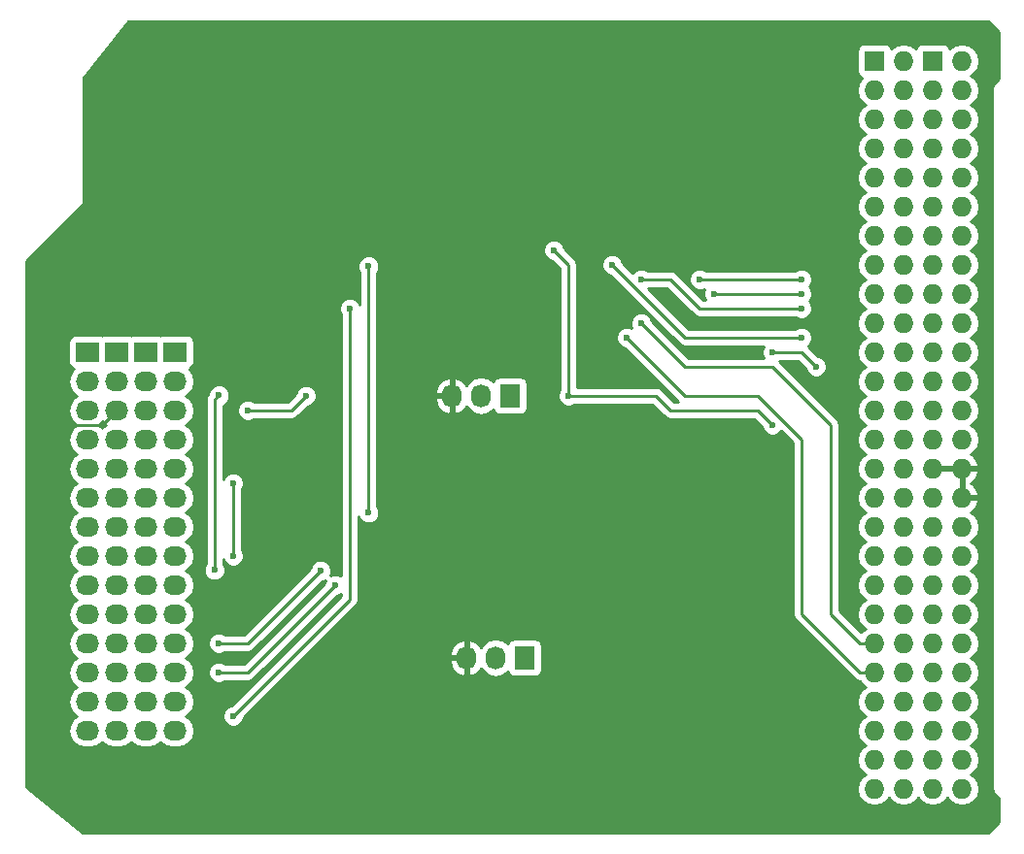
<source format=gbr>
G04 #@! TF.FileFunction,Copper,L2,Bot,Signal*
%FSLAX46Y46*%
G04 Gerber Fmt 4.6, Leading zero omitted, Abs format (unit mm)*
G04 Created by KiCad (PCBNEW (2015-04-08 BZR 5585)-product) date Thu 09 Apr 2015 06:27:39 PM CLST*
%MOMM*%
G01*
G04 APERTURE LIST*
%ADD10C,0.100000*%
%ADD11R,1.727200X1.727200*%
%ADD12O,1.727200X1.727200*%
%ADD13R,2.032000X1.727200*%
%ADD14O,2.032000X1.727200*%
%ADD15R,1.727200X2.032000*%
%ADD16O,1.727200X2.032000*%
%ADD17C,0.600000*%
%ADD18C,0.250000*%
%ADD19C,0.254000*%
G04 APERTURE END LIST*
D10*
D11*
X132080000Y-68580000D03*
D12*
X134620000Y-68580000D03*
X132080000Y-71120000D03*
X134620000Y-71120000D03*
X132080000Y-73660000D03*
X134620000Y-73660000D03*
X132080000Y-76200000D03*
X134620000Y-76200000D03*
X132080000Y-78740000D03*
X134620000Y-78740000D03*
X132080000Y-81280000D03*
X134620000Y-81280000D03*
X132080000Y-83820000D03*
X134620000Y-83820000D03*
X132080000Y-86360000D03*
X134620000Y-86360000D03*
X132080000Y-88900000D03*
X134620000Y-88900000D03*
X132080000Y-91440000D03*
X134620000Y-91440000D03*
X132080000Y-93980000D03*
X134620000Y-93980000D03*
X132080000Y-96520000D03*
X134620000Y-96520000D03*
X132080000Y-99060000D03*
X134620000Y-99060000D03*
X132080000Y-101600000D03*
X134620000Y-101600000D03*
X132080000Y-104140000D03*
X134620000Y-104140000D03*
X132080000Y-106680000D03*
X134620000Y-106680000D03*
X132080000Y-109220000D03*
X134620000Y-109220000D03*
X132080000Y-111760000D03*
X134620000Y-111760000D03*
X132080000Y-114300000D03*
X134620000Y-114300000D03*
X132080000Y-116840000D03*
X134620000Y-116840000D03*
X132080000Y-119380000D03*
X134620000Y-119380000D03*
X132080000Y-121920000D03*
X134620000Y-121920000D03*
X132080000Y-124460000D03*
X134620000Y-124460000D03*
X132080000Y-127000000D03*
X134620000Y-127000000D03*
X132080000Y-129540000D03*
X134620000Y-129540000D03*
X132080000Y-132080000D03*
X134620000Y-132080000D03*
D11*
X137160000Y-68580000D03*
D12*
X139700000Y-68580000D03*
X137160000Y-71120000D03*
X139700000Y-71120000D03*
X137160000Y-73660000D03*
X139700000Y-73660000D03*
X137160000Y-76200000D03*
X139700000Y-76200000D03*
X137160000Y-78740000D03*
X139700000Y-78740000D03*
X137160000Y-81280000D03*
X139700000Y-81280000D03*
X137160000Y-83820000D03*
X139700000Y-83820000D03*
X137160000Y-86360000D03*
X139700000Y-86360000D03*
X137160000Y-88900000D03*
X139700000Y-88900000D03*
X137160000Y-91440000D03*
X139700000Y-91440000D03*
X137160000Y-93980000D03*
X139700000Y-93980000D03*
X137160000Y-96520000D03*
X139700000Y-96520000D03*
X137160000Y-99060000D03*
X139700000Y-99060000D03*
X137160000Y-101600000D03*
X139700000Y-101600000D03*
X137160000Y-104140000D03*
X139700000Y-104140000D03*
X137160000Y-106680000D03*
X139700000Y-106680000D03*
X137160000Y-109220000D03*
X139700000Y-109220000D03*
X137160000Y-111760000D03*
X139700000Y-111760000D03*
X137160000Y-114300000D03*
X139700000Y-114300000D03*
X137160000Y-116840000D03*
X139700000Y-116840000D03*
X137160000Y-119380000D03*
X139700000Y-119380000D03*
X137160000Y-121920000D03*
X139700000Y-121920000D03*
X137160000Y-124460000D03*
X139700000Y-124460000D03*
X137160000Y-127000000D03*
X139700000Y-127000000D03*
X137160000Y-129540000D03*
X139700000Y-129540000D03*
X137160000Y-132080000D03*
X139700000Y-132080000D03*
D13*
X71120000Y-93980000D03*
D14*
X71120000Y-96520000D03*
X71120000Y-99060000D03*
X71120000Y-101600000D03*
X71120000Y-104140000D03*
X71120000Y-106680000D03*
X71120000Y-109220000D03*
X71120000Y-111760000D03*
X71120000Y-114300000D03*
X71120000Y-116840000D03*
X71120000Y-119380000D03*
X71120000Y-121920000D03*
X71120000Y-124460000D03*
X71120000Y-127000000D03*
D13*
X68580000Y-93980000D03*
D14*
X68580000Y-96520000D03*
X68580000Y-99060000D03*
X68580000Y-101600000D03*
X68580000Y-104140000D03*
X68580000Y-106680000D03*
X68580000Y-109220000D03*
X68580000Y-111760000D03*
X68580000Y-114300000D03*
X68580000Y-116840000D03*
X68580000Y-119380000D03*
X68580000Y-121920000D03*
X68580000Y-124460000D03*
X68580000Y-127000000D03*
D13*
X66040000Y-93980000D03*
D14*
X66040000Y-96520000D03*
X66040000Y-99060000D03*
X66040000Y-101600000D03*
X66040000Y-104140000D03*
X66040000Y-106680000D03*
X66040000Y-109220000D03*
X66040000Y-111760000D03*
X66040000Y-114300000D03*
X66040000Y-116840000D03*
X66040000Y-119380000D03*
X66040000Y-121920000D03*
X66040000Y-124460000D03*
X66040000Y-127000000D03*
D13*
X63500000Y-93980000D03*
D14*
X63500000Y-96520000D03*
X63500000Y-99060000D03*
X63500000Y-101600000D03*
X63500000Y-104140000D03*
X63500000Y-106680000D03*
X63500000Y-109220000D03*
X63500000Y-111760000D03*
X63500000Y-114300000D03*
X63500000Y-116840000D03*
X63500000Y-119380000D03*
X63500000Y-121920000D03*
X63500000Y-124460000D03*
X63500000Y-127000000D03*
D15*
X100330000Y-97790000D03*
D16*
X97790000Y-97790000D03*
X95250000Y-97790000D03*
D15*
X101600000Y-120650000D03*
D16*
X99060000Y-120650000D03*
X96520000Y-120650000D03*
D17*
X88000000Y-86500000D03*
X88000000Y-108000000D03*
X123190000Y-93980000D03*
X127000000Y-95250000D03*
X83820000Y-113030000D03*
X74930000Y-119380000D03*
X85090000Y-114300000D03*
X74930000Y-121920000D03*
X90170000Y-101600000D03*
X91440000Y-119380000D03*
X74960000Y-97760000D03*
X74550000Y-113000000D03*
X109220000Y-86360000D03*
X125730000Y-92710000D03*
X86360000Y-90170000D03*
X76200000Y-125730000D03*
X111760000Y-87630000D03*
X125730000Y-90170000D03*
X116840000Y-87630000D03*
X125730000Y-87630000D03*
X77470000Y-99060000D03*
X82550000Y-97790000D03*
X118110000Y-88900000D03*
X125730000Y-88900000D03*
X76200000Y-111760000D03*
X76200000Y-105410000D03*
X111760000Y-91440000D03*
X110490000Y-92710000D03*
X123190000Y-100330000D03*
X105410000Y-97790000D03*
X104140000Y-85090000D03*
D18*
X88000000Y-108000000D02*
X88000000Y-86500000D01*
X126950000Y-95200000D02*
X125730000Y-93980000D01*
X125730000Y-93980000D02*
X123190000Y-93980000D01*
X127000000Y-95250000D02*
X126950000Y-95200000D01*
X134620000Y-96520000D02*
X134520000Y-96520000D01*
X76200000Y-119380000D02*
X77470000Y-119380000D01*
X77470000Y-119380000D02*
X83820000Y-113030000D01*
X74930000Y-119380000D02*
X76200000Y-119380000D01*
X85090000Y-114300000D02*
X77470000Y-121920000D01*
X74930000Y-121920000D02*
X77470000Y-121920000D01*
X90170000Y-118110000D02*
X90170000Y-101600000D01*
X91440000Y-119380000D02*
X90170000Y-118110000D01*
X66040000Y-99060000D02*
X64770000Y-100330000D01*
X64770000Y-100330000D02*
X60960000Y-100330000D01*
X74550000Y-98170000D02*
X74550000Y-113000000D01*
X74550000Y-98170000D02*
X74960000Y-97760000D01*
X116840000Y-92710000D02*
X115570000Y-92710000D01*
X115570000Y-92710000D02*
X109220000Y-86360000D01*
X125730000Y-92710000D02*
X116840000Y-92710000D01*
X76200000Y-125730000D02*
X86360000Y-115570000D01*
X86360000Y-115570000D02*
X86360000Y-90170000D01*
X114300000Y-87630000D02*
X111760000Y-87630000D01*
X116840000Y-90170000D02*
X114300000Y-87630000D01*
X125730000Y-90170000D02*
X116840000Y-90170000D01*
X125730000Y-87630000D02*
X116840000Y-87630000D01*
X81280000Y-99060000D02*
X77470000Y-99060000D01*
X82550000Y-97790000D02*
X81280000Y-99060000D01*
X118110000Y-88900000D02*
X125730000Y-88900000D01*
X76200000Y-105410000D02*
X76200000Y-111760000D01*
X130810000Y-119380000D02*
X132080000Y-119380000D01*
X128270000Y-116840000D02*
X130810000Y-119380000D01*
X128270000Y-100330000D02*
X128270000Y-116840000D01*
X123190000Y-95250000D02*
X128270000Y-100330000D01*
X115570000Y-95250000D02*
X123190000Y-95250000D01*
X111760000Y-91440000D02*
X115570000Y-95250000D01*
X132080000Y-121920000D02*
X130810000Y-121920000D01*
X115570000Y-97790000D02*
X110490000Y-92710000D01*
X121920000Y-97790000D02*
X115570000Y-97790000D01*
X125730000Y-101600000D02*
X121920000Y-97790000D01*
X125730000Y-116840000D02*
X125730000Y-101600000D01*
X130810000Y-121920000D02*
X125730000Y-116840000D01*
X123190000Y-100330000D02*
X121920000Y-99060000D01*
X121920000Y-99060000D02*
X114300000Y-99060000D01*
X114300000Y-99060000D02*
X113030000Y-97790000D01*
X113030000Y-97790000D02*
X105410000Y-97790000D01*
X105410000Y-86360000D02*
X105410000Y-97790000D01*
X104140000Y-85090000D02*
X105410000Y-86360000D01*
D19*
G36*
X65105069Y-100333539D02*
X64795585Y-100540330D01*
X64770000Y-100578620D01*
X64744415Y-100540330D01*
X64429634Y-100330000D01*
X64744415Y-100119670D01*
X64789753Y-100051816D01*
X65105069Y-100333539D01*
X65105069Y-100333539D01*
G37*
X65105069Y-100333539D02*
X64795585Y-100540330D01*
X64770000Y-100578620D01*
X64744415Y-100540330D01*
X64429634Y-100330000D01*
X64744415Y-100119670D01*
X64789753Y-100051816D01*
X65105069Y-100333539D01*
G36*
X66187000Y-99187000D02*
X66167000Y-99187000D01*
X66167000Y-99207000D01*
X65913000Y-99207000D01*
X65913000Y-99187000D01*
X65893000Y-99187000D01*
X65893000Y-98933000D01*
X65913000Y-98933000D01*
X65913000Y-98913000D01*
X66167000Y-98913000D01*
X66167000Y-98933000D01*
X66187000Y-98933000D01*
X66187000Y-99187000D01*
X66187000Y-99187000D01*
G37*
X66187000Y-99187000D02*
X66167000Y-99187000D01*
X66167000Y-99207000D01*
X65913000Y-99207000D01*
X65913000Y-99187000D01*
X65893000Y-99187000D01*
X65893000Y-98933000D01*
X65913000Y-98933000D01*
X65913000Y-98913000D01*
X66167000Y-98913000D01*
X66167000Y-98933000D01*
X66187000Y-98933000D01*
X66187000Y-99187000D01*
G36*
X142873000Y-134947395D02*
X141947395Y-135873000D01*
X141227959Y-135873000D01*
X141227959Y-132080000D01*
X141113885Y-131506511D01*
X140789029Y-131020330D01*
X140474248Y-130810000D01*
X140789029Y-130599670D01*
X141113885Y-130113489D01*
X141227959Y-129540000D01*
X141113885Y-128966511D01*
X140789029Y-128480330D01*
X140474248Y-128270000D01*
X140789029Y-128059670D01*
X141113885Y-127573489D01*
X141227959Y-127000000D01*
X141113885Y-126426511D01*
X140789029Y-125940330D01*
X140474248Y-125730000D01*
X140789029Y-125519670D01*
X141113885Y-125033489D01*
X141227959Y-124460000D01*
X141113885Y-123886511D01*
X140789029Y-123400330D01*
X140474248Y-123190000D01*
X140789029Y-122979670D01*
X141113885Y-122493489D01*
X141227959Y-121920000D01*
X141113885Y-121346511D01*
X140789029Y-120860330D01*
X140474248Y-120650000D01*
X140789029Y-120439670D01*
X141113885Y-119953489D01*
X141227959Y-119380000D01*
X141113885Y-118806511D01*
X140789029Y-118320330D01*
X140474248Y-118110000D01*
X140789029Y-117899670D01*
X141113885Y-117413489D01*
X141227959Y-116840000D01*
X141113885Y-116266511D01*
X140789029Y-115780330D01*
X140474248Y-115570000D01*
X140789029Y-115359670D01*
X141113885Y-114873489D01*
X141227959Y-114300000D01*
X141113885Y-113726511D01*
X140789029Y-113240330D01*
X140474248Y-113030000D01*
X140789029Y-112819670D01*
X141113885Y-112333489D01*
X141227959Y-111760000D01*
X141113885Y-111186511D01*
X140789029Y-110700330D01*
X140474248Y-110490000D01*
X140789029Y-110279670D01*
X141113885Y-109793489D01*
X141227959Y-109220000D01*
X141113885Y-108646511D01*
X140789029Y-108160330D01*
X140465771Y-107944336D01*
X140588490Y-107886821D01*
X140982688Y-107454947D01*
X141154958Y-107039026D01*
X141154958Y-106320974D01*
X140982688Y-105905053D01*
X140588490Y-105473179D01*
X140453687Y-105410000D01*
X140588490Y-105346821D01*
X140982688Y-104914947D01*
X141154958Y-104499026D01*
X141033817Y-104267000D01*
X139827000Y-104267000D01*
X139827000Y-105345531D01*
X139827000Y-105474469D01*
X139827000Y-106553000D01*
X141033817Y-106553000D01*
X141154958Y-106320974D01*
X141154958Y-107039026D01*
X141033817Y-106807000D01*
X139827000Y-106807000D01*
X139827000Y-106827000D01*
X139573000Y-106827000D01*
X139573000Y-106807000D01*
X139553000Y-106807000D01*
X139553000Y-106553000D01*
X139573000Y-106553000D01*
X139573000Y-105474469D01*
X139573000Y-105345531D01*
X139573000Y-104267000D01*
X138493817Y-104267000D01*
X138366183Y-104267000D01*
X137287000Y-104267000D01*
X137287000Y-104287000D01*
X137033000Y-104287000D01*
X137033000Y-104267000D01*
X137013000Y-104267000D01*
X137013000Y-104013000D01*
X137033000Y-104013000D01*
X137033000Y-103993000D01*
X137287000Y-103993000D01*
X137287000Y-104013000D01*
X138366183Y-104013000D01*
X138493817Y-104013000D01*
X139573000Y-104013000D01*
X139573000Y-103993000D01*
X139827000Y-103993000D01*
X139827000Y-104013000D01*
X141033817Y-104013000D01*
X141154958Y-103780974D01*
X140982688Y-103365053D01*
X140588490Y-102933179D01*
X140465771Y-102875663D01*
X140789029Y-102659670D01*
X141113885Y-102173489D01*
X141227959Y-101600000D01*
X141113885Y-101026511D01*
X140789029Y-100540330D01*
X140474248Y-100330000D01*
X140789029Y-100119670D01*
X141113885Y-99633489D01*
X141227959Y-99060000D01*
X141113885Y-98486511D01*
X140789029Y-98000330D01*
X140474248Y-97790000D01*
X140789029Y-97579670D01*
X141113885Y-97093489D01*
X141227959Y-96520000D01*
X141113885Y-95946511D01*
X140789029Y-95460330D01*
X140474248Y-95250000D01*
X140789029Y-95039670D01*
X141113885Y-94553489D01*
X141227959Y-93980000D01*
X141113885Y-93406511D01*
X140789029Y-92920330D01*
X140474248Y-92710000D01*
X140789029Y-92499670D01*
X141113885Y-92013489D01*
X141227959Y-91440000D01*
X141113885Y-90866511D01*
X140789029Y-90380330D01*
X140474248Y-90170000D01*
X140789029Y-89959670D01*
X141113885Y-89473489D01*
X141227959Y-88900000D01*
X141113885Y-88326511D01*
X140789029Y-87840330D01*
X140474248Y-87630000D01*
X140789029Y-87419670D01*
X141113885Y-86933489D01*
X141227959Y-86360000D01*
X141113885Y-85786511D01*
X140789029Y-85300330D01*
X140474248Y-85090000D01*
X140789029Y-84879670D01*
X141113885Y-84393489D01*
X141227959Y-83820000D01*
X141113885Y-83246511D01*
X140789029Y-82760330D01*
X140474248Y-82550000D01*
X140789029Y-82339670D01*
X141113885Y-81853489D01*
X141227959Y-81280000D01*
X141113885Y-80706511D01*
X140789029Y-80220330D01*
X140474248Y-80010000D01*
X140789029Y-79799670D01*
X141113885Y-79313489D01*
X141227959Y-78740000D01*
X141113885Y-78166511D01*
X140789029Y-77680330D01*
X140474248Y-77470000D01*
X140789029Y-77259670D01*
X141113885Y-76773489D01*
X141227959Y-76200000D01*
X141113885Y-75626511D01*
X140789029Y-75140330D01*
X140474248Y-74930000D01*
X140789029Y-74719670D01*
X141113885Y-74233489D01*
X141227959Y-73660000D01*
X141113885Y-73086511D01*
X140789029Y-72600330D01*
X140474248Y-72390000D01*
X140789029Y-72179670D01*
X141113885Y-71693489D01*
X141227959Y-71120000D01*
X141113885Y-70546511D01*
X140789029Y-70060330D01*
X140474248Y-69850000D01*
X140789029Y-69639670D01*
X141113885Y-69153489D01*
X141227959Y-68580000D01*
X141113885Y-68006511D01*
X140789029Y-67520330D01*
X140302848Y-67195474D01*
X139729359Y-67081400D01*
X139670641Y-67081400D01*
X139097152Y-67195474D01*
X138630470Y-67507300D01*
X138624063Y-67474277D01*
X138484273Y-67261473D01*
X138273240Y-67119023D01*
X138023600Y-67068960D01*
X136296400Y-67068960D01*
X136054277Y-67115937D01*
X135841473Y-67255727D01*
X135699023Y-67466760D01*
X135690731Y-67508104D01*
X135222848Y-67195474D01*
X134649359Y-67081400D01*
X134590641Y-67081400D01*
X134017152Y-67195474D01*
X133550470Y-67507300D01*
X133544063Y-67474277D01*
X133404273Y-67261473D01*
X133193240Y-67119023D01*
X132943600Y-67068960D01*
X131216400Y-67068960D01*
X130974277Y-67115937D01*
X130761473Y-67255727D01*
X130619023Y-67466760D01*
X130568960Y-67716400D01*
X130568960Y-69443600D01*
X130615937Y-69685723D01*
X130755727Y-69898527D01*
X130966760Y-70040977D01*
X131007659Y-70049179D01*
X130990971Y-70060330D01*
X130666115Y-70546511D01*
X130552041Y-71120000D01*
X130666115Y-71693489D01*
X130990971Y-72179670D01*
X131305751Y-72390000D01*
X130990971Y-72600330D01*
X130666115Y-73086511D01*
X130552041Y-73660000D01*
X130666115Y-74233489D01*
X130990971Y-74719670D01*
X131305751Y-74930000D01*
X130990971Y-75140330D01*
X130666115Y-75626511D01*
X130552041Y-76200000D01*
X130666115Y-76773489D01*
X130990971Y-77259670D01*
X131305751Y-77470000D01*
X130990971Y-77680330D01*
X130666115Y-78166511D01*
X130552041Y-78740000D01*
X130666115Y-79313489D01*
X130990971Y-79799670D01*
X131305751Y-80010000D01*
X130990971Y-80220330D01*
X130666115Y-80706511D01*
X130552041Y-81280000D01*
X130666115Y-81853489D01*
X130990971Y-82339670D01*
X131305751Y-82550000D01*
X130990971Y-82760330D01*
X130666115Y-83246511D01*
X130552041Y-83820000D01*
X130666115Y-84393489D01*
X130990971Y-84879670D01*
X131305751Y-85090000D01*
X130990971Y-85300330D01*
X130666115Y-85786511D01*
X130552041Y-86360000D01*
X130666115Y-86933489D01*
X130990971Y-87419670D01*
X131305751Y-87630000D01*
X130990971Y-87840330D01*
X130666115Y-88326511D01*
X130552041Y-88900000D01*
X130666115Y-89473489D01*
X130990971Y-89959670D01*
X131305751Y-90170000D01*
X130990971Y-90380330D01*
X130666115Y-90866511D01*
X130552041Y-91440000D01*
X130666115Y-92013489D01*
X130990971Y-92499670D01*
X131305751Y-92710000D01*
X130990971Y-92920330D01*
X130666115Y-93406511D01*
X130552041Y-93980000D01*
X130666115Y-94553489D01*
X130990971Y-95039670D01*
X131305751Y-95250000D01*
X130990971Y-95460330D01*
X130666115Y-95946511D01*
X130552041Y-96520000D01*
X130666115Y-97093489D01*
X130990971Y-97579670D01*
X131305751Y-97790000D01*
X130990971Y-98000330D01*
X130666115Y-98486511D01*
X130552041Y-99060000D01*
X130666115Y-99633489D01*
X130990971Y-100119670D01*
X131305751Y-100330000D01*
X130990971Y-100540330D01*
X130666115Y-101026511D01*
X130552041Y-101600000D01*
X130666115Y-102173489D01*
X130990971Y-102659670D01*
X131305751Y-102870000D01*
X130990971Y-103080330D01*
X130666115Y-103566511D01*
X130552041Y-104140000D01*
X130666115Y-104713489D01*
X130990971Y-105199670D01*
X131305751Y-105410000D01*
X130990971Y-105620330D01*
X130666115Y-106106511D01*
X130552041Y-106680000D01*
X130666115Y-107253489D01*
X130990971Y-107739670D01*
X131305751Y-107950000D01*
X130990971Y-108160330D01*
X130666115Y-108646511D01*
X130552041Y-109220000D01*
X130666115Y-109793489D01*
X130990971Y-110279670D01*
X131305751Y-110490000D01*
X130990971Y-110700330D01*
X130666115Y-111186511D01*
X130552041Y-111760000D01*
X130666115Y-112333489D01*
X130990971Y-112819670D01*
X131305751Y-113030000D01*
X130990971Y-113240330D01*
X130666115Y-113726511D01*
X130552041Y-114300000D01*
X130666115Y-114873489D01*
X130990971Y-115359670D01*
X131305751Y-115570000D01*
X130990971Y-115780330D01*
X130666115Y-116266511D01*
X130552041Y-116840000D01*
X130666115Y-117413489D01*
X130990971Y-117899670D01*
X131305751Y-118110000D01*
X130990971Y-118320330D01*
X130924545Y-118419743D01*
X129030000Y-116525198D01*
X129030000Y-100330000D01*
X128972148Y-100039161D01*
X128807401Y-99792599D01*
X123754802Y-94740000D01*
X125415198Y-94740000D01*
X126064877Y-95389679D01*
X126064838Y-95435167D01*
X126206883Y-95778943D01*
X126469673Y-96042192D01*
X126813201Y-96184838D01*
X127185167Y-96185162D01*
X127528943Y-96043117D01*
X127792192Y-95780327D01*
X127934838Y-95436799D01*
X127935162Y-95064833D01*
X127793117Y-94721057D01*
X127530327Y-94457808D01*
X127186799Y-94315162D01*
X127139923Y-94315121D01*
X126293461Y-93468659D01*
X126522192Y-93240327D01*
X126664838Y-92896799D01*
X126665162Y-92524833D01*
X126523117Y-92181057D01*
X126260327Y-91917808D01*
X125916799Y-91775162D01*
X125544833Y-91774838D01*
X125201057Y-91916883D01*
X125167882Y-91950000D01*
X116840000Y-91950000D01*
X115884802Y-91950000D01*
X112324802Y-88390000D01*
X113985198Y-88390000D01*
X116302599Y-90707401D01*
X116549160Y-90872148D01*
X116549161Y-90872148D01*
X116597413Y-90881746D01*
X116840000Y-90930000D01*
X125167537Y-90930000D01*
X125199673Y-90962192D01*
X125543201Y-91104838D01*
X125915167Y-91105162D01*
X126258943Y-90963117D01*
X126522192Y-90700327D01*
X126664838Y-90356799D01*
X126665162Y-89984833D01*
X126523117Y-89641057D01*
X126417290Y-89535045D01*
X126522192Y-89430327D01*
X126664838Y-89086799D01*
X126665162Y-88714833D01*
X126523117Y-88371057D01*
X126417290Y-88265045D01*
X126522192Y-88160327D01*
X126664838Y-87816799D01*
X126665162Y-87444833D01*
X126523117Y-87101057D01*
X126260327Y-86837808D01*
X125916799Y-86695162D01*
X125544833Y-86694838D01*
X125201057Y-86836883D01*
X125167882Y-86870000D01*
X117402462Y-86870000D01*
X117370327Y-86837808D01*
X117026799Y-86695162D01*
X116654833Y-86694838D01*
X116311057Y-86836883D01*
X116047808Y-87099673D01*
X115905162Y-87443201D01*
X115904838Y-87815167D01*
X116046883Y-88158943D01*
X116309673Y-88422192D01*
X116653201Y-88564838D01*
X117025167Y-88565162D01*
X117280429Y-88459689D01*
X117175162Y-88713201D01*
X117174838Y-89085167D01*
X117309055Y-89410000D01*
X117154802Y-89410000D01*
X114837401Y-87092599D01*
X114590839Y-86927852D01*
X114300000Y-86870000D01*
X112322462Y-86870000D01*
X112290327Y-86837808D01*
X111946799Y-86695162D01*
X111574833Y-86694838D01*
X111231057Y-86836883D01*
X111001170Y-87066368D01*
X110155122Y-86220320D01*
X110155162Y-86174833D01*
X110013117Y-85831057D01*
X109750327Y-85567808D01*
X109406799Y-85425162D01*
X109034833Y-85424838D01*
X108691057Y-85566883D01*
X108427808Y-85829673D01*
X108285162Y-86173201D01*
X108284838Y-86545167D01*
X108426883Y-86888943D01*
X108689673Y-87152192D01*
X109033201Y-87294838D01*
X109080076Y-87294878D01*
X115032599Y-93247401D01*
X115279161Y-93412148D01*
X115570000Y-93470000D01*
X116840000Y-93470000D01*
X122389367Y-93470000D01*
X122255162Y-93793201D01*
X122254838Y-94165167D01*
X122389055Y-94490000D01*
X115884802Y-94490000D01*
X112695122Y-91300320D01*
X112695162Y-91254833D01*
X112553117Y-90911057D01*
X112290327Y-90647808D01*
X111946799Y-90505162D01*
X111574833Y-90504838D01*
X111231057Y-90646883D01*
X110967808Y-90909673D01*
X110825162Y-91253201D01*
X110824838Y-91625167D01*
X110930310Y-91880429D01*
X110676799Y-91775162D01*
X110304833Y-91774838D01*
X109961057Y-91916883D01*
X109697808Y-92179673D01*
X109555162Y-92523201D01*
X109554838Y-92895167D01*
X109696883Y-93238943D01*
X109959673Y-93502192D01*
X110303201Y-93644838D01*
X110350076Y-93644878D01*
X115005198Y-98300000D01*
X114614802Y-98300000D01*
X113567401Y-97252599D01*
X113320839Y-97087852D01*
X113030000Y-97030000D01*
X106170000Y-97030000D01*
X106170000Y-86360000D01*
X106112148Y-86069161D01*
X106112148Y-86069160D01*
X105947401Y-85822599D01*
X105075122Y-84950320D01*
X105075162Y-84904833D01*
X104933117Y-84561057D01*
X104670327Y-84297808D01*
X104326799Y-84155162D01*
X103954833Y-84154838D01*
X103611057Y-84296883D01*
X103347808Y-84559673D01*
X103205162Y-84903201D01*
X103204838Y-85275167D01*
X103346883Y-85618943D01*
X103609673Y-85882192D01*
X103953201Y-86024838D01*
X104000076Y-86024878D01*
X104650000Y-86674802D01*
X104650000Y-97227537D01*
X104617808Y-97259673D01*
X104475162Y-97603201D01*
X104474838Y-97975167D01*
X104616883Y-98318943D01*
X104879673Y-98582192D01*
X105223201Y-98724838D01*
X105595167Y-98725162D01*
X105938943Y-98583117D01*
X105972117Y-98550000D01*
X112715198Y-98550000D01*
X113762599Y-99597401D01*
X114009160Y-99762148D01*
X114009161Y-99762148D01*
X114300000Y-99820000D01*
X121605198Y-99820000D01*
X122254877Y-100469679D01*
X122254838Y-100515167D01*
X122396883Y-100858943D01*
X122659673Y-101122192D01*
X123003201Y-101264838D01*
X123375167Y-101265162D01*
X123718943Y-101123117D01*
X123948829Y-100893631D01*
X124970000Y-101914802D01*
X124970000Y-116840000D01*
X125027852Y-117130839D01*
X125192599Y-117377401D01*
X130272599Y-122457401D01*
X130519161Y-122622148D01*
X130787785Y-122675581D01*
X130990971Y-122979670D01*
X131305751Y-123190000D01*
X130990971Y-123400330D01*
X130666115Y-123886511D01*
X130552041Y-124460000D01*
X130666115Y-125033489D01*
X130990971Y-125519670D01*
X131305751Y-125730000D01*
X130990971Y-125940330D01*
X130666115Y-126426511D01*
X130552041Y-127000000D01*
X130666115Y-127573489D01*
X130990971Y-128059670D01*
X131305751Y-128270000D01*
X130990971Y-128480330D01*
X130666115Y-128966511D01*
X130552041Y-129540000D01*
X130666115Y-130113489D01*
X130990971Y-130599670D01*
X131305751Y-130810000D01*
X130990971Y-131020330D01*
X130666115Y-131506511D01*
X130552041Y-132080000D01*
X130666115Y-132653489D01*
X130990971Y-133139670D01*
X131477152Y-133464526D01*
X132050641Y-133578600D01*
X132109359Y-133578600D01*
X132682848Y-133464526D01*
X133169029Y-133139670D01*
X133350000Y-132868827D01*
X133530971Y-133139670D01*
X134017152Y-133464526D01*
X134590641Y-133578600D01*
X134649359Y-133578600D01*
X135222848Y-133464526D01*
X135709029Y-133139670D01*
X135890000Y-132868827D01*
X136070971Y-133139670D01*
X136557152Y-133464526D01*
X137130641Y-133578600D01*
X137189359Y-133578600D01*
X137762848Y-133464526D01*
X138249029Y-133139670D01*
X138430000Y-132868827D01*
X138610971Y-133139670D01*
X139097152Y-133464526D01*
X139670641Y-133578600D01*
X139729359Y-133578600D01*
X140302848Y-133464526D01*
X140789029Y-133139670D01*
X141113885Y-132653489D01*
X141227959Y-132080000D01*
X141227959Y-135873000D01*
X103111040Y-135873000D01*
X103111040Y-121666000D01*
X103111040Y-119634000D01*
X103064063Y-119391877D01*
X102924273Y-119179073D01*
X102713240Y-119036623D01*
X102463600Y-118986560D01*
X101841040Y-118986560D01*
X101841040Y-98806000D01*
X101841040Y-96774000D01*
X101794063Y-96531877D01*
X101654273Y-96319073D01*
X101443240Y-96176623D01*
X101193600Y-96126560D01*
X99466400Y-96126560D01*
X99224277Y-96173537D01*
X99011473Y-96313327D01*
X98869023Y-96524360D01*
X98861281Y-96562962D01*
X98849670Y-96545585D01*
X98363489Y-96220729D01*
X97790000Y-96106655D01*
X97216511Y-96220729D01*
X96730330Y-96545585D01*
X96523539Y-96855069D01*
X96152036Y-96439268D01*
X95624791Y-96185291D01*
X95609026Y-96182642D01*
X95377000Y-96303783D01*
X95377000Y-97663000D01*
X95397000Y-97663000D01*
X95397000Y-97917000D01*
X95377000Y-97917000D01*
X95377000Y-99276217D01*
X95609026Y-99397358D01*
X95624791Y-99394709D01*
X96152036Y-99140732D01*
X96523539Y-98724930D01*
X96730330Y-99034415D01*
X97216511Y-99359271D01*
X97790000Y-99473345D01*
X98363489Y-99359271D01*
X98849670Y-99034415D01*
X98860215Y-99018632D01*
X98865937Y-99048123D01*
X99005727Y-99260927D01*
X99216760Y-99403377D01*
X99466400Y-99453440D01*
X101193600Y-99453440D01*
X101435723Y-99406463D01*
X101648527Y-99266673D01*
X101790977Y-99055640D01*
X101841040Y-98806000D01*
X101841040Y-118986560D01*
X100736400Y-118986560D01*
X100494277Y-119033537D01*
X100281473Y-119173327D01*
X100139023Y-119384360D01*
X100131281Y-119422962D01*
X100119670Y-119405585D01*
X99633489Y-119080729D01*
X99060000Y-118966655D01*
X98486511Y-119080729D01*
X98000330Y-119405585D01*
X97793539Y-119715069D01*
X97422036Y-119299268D01*
X96894791Y-119045291D01*
X96879026Y-119042642D01*
X96647000Y-119163783D01*
X96647000Y-120523000D01*
X96667000Y-120523000D01*
X96667000Y-120777000D01*
X96647000Y-120777000D01*
X96647000Y-122136217D01*
X96879026Y-122257358D01*
X96894791Y-122254709D01*
X97422036Y-122000732D01*
X97793539Y-121584930D01*
X98000330Y-121894415D01*
X98486511Y-122219271D01*
X99060000Y-122333345D01*
X99633489Y-122219271D01*
X100119670Y-121894415D01*
X100130215Y-121878632D01*
X100135937Y-121908123D01*
X100275727Y-122120927D01*
X100486760Y-122263377D01*
X100736400Y-122313440D01*
X102463600Y-122313440D01*
X102705723Y-122266463D01*
X102918527Y-122126673D01*
X103060977Y-121915640D01*
X103111040Y-121666000D01*
X103111040Y-135873000D01*
X96393000Y-135873000D01*
X96393000Y-122136217D01*
X96393000Y-120777000D01*
X96393000Y-120523000D01*
X96393000Y-119163783D01*
X96160974Y-119042642D01*
X96145209Y-119045291D01*
X95617964Y-119299268D01*
X95228046Y-119735680D01*
X95123000Y-120035986D01*
X95123000Y-99276217D01*
X95123000Y-97917000D01*
X95123000Y-97663000D01*
X95123000Y-96303783D01*
X94890974Y-96182642D01*
X94875209Y-96185291D01*
X94347964Y-96439268D01*
X93958046Y-96875680D01*
X93764816Y-97428087D01*
X93909076Y-97663000D01*
X95123000Y-97663000D01*
X95123000Y-97917000D01*
X93909076Y-97917000D01*
X93764816Y-98151913D01*
X93958046Y-98704320D01*
X94347964Y-99140732D01*
X94875209Y-99394709D01*
X94890974Y-99397358D01*
X95123000Y-99276217D01*
X95123000Y-120035986D01*
X95034816Y-120288087D01*
X95179076Y-120523000D01*
X96393000Y-120523000D01*
X96393000Y-120777000D01*
X95179076Y-120777000D01*
X95034816Y-121011913D01*
X95228046Y-121564320D01*
X95617964Y-122000732D01*
X96145209Y-122254709D01*
X96160974Y-122257358D01*
X96393000Y-122136217D01*
X96393000Y-135873000D01*
X88935162Y-135873000D01*
X88935162Y-107814833D01*
X88793117Y-107471057D01*
X88760000Y-107437882D01*
X88760000Y-87062462D01*
X88792192Y-87030327D01*
X88934838Y-86686799D01*
X88935162Y-86314833D01*
X88793117Y-85971057D01*
X88530327Y-85707808D01*
X88186799Y-85565162D01*
X87814833Y-85564838D01*
X87471057Y-85706883D01*
X87207808Y-85969673D01*
X87065162Y-86313201D01*
X87064838Y-86685167D01*
X87206883Y-87028943D01*
X87240000Y-87062117D01*
X87240000Y-89851330D01*
X87153117Y-89641057D01*
X86890327Y-89377808D01*
X86546799Y-89235162D01*
X86174833Y-89234838D01*
X85831057Y-89376883D01*
X85567808Y-89639673D01*
X85425162Y-89983201D01*
X85424838Y-90355167D01*
X85566883Y-90698943D01*
X85600000Y-90732117D01*
X85600000Y-113499367D01*
X85276799Y-113365162D01*
X84904833Y-113364838D01*
X84649570Y-113470310D01*
X84754838Y-113216799D01*
X84755162Y-112844833D01*
X84613117Y-112501057D01*
X84350327Y-112237808D01*
X84006799Y-112095162D01*
X83634833Y-112094838D01*
X83485162Y-112156680D01*
X83485162Y-97604833D01*
X83343117Y-97261057D01*
X83080327Y-96997808D01*
X82736799Y-96855162D01*
X82364833Y-96854838D01*
X82021057Y-96996883D01*
X81757808Y-97259673D01*
X81615162Y-97603201D01*
X81615121Y-97650076D01*
X80965198Y-98300000D01*
X78032462Y-98300000D01*
X78000327Y-98267808D01*
X77656799Y-98125162D01*
X77284833Y-98124838D01*
X76941057Y-98266883D01*
X76677808Y-98529673D01*
X76535162Y-98873201D01*
X76534838Y-99245167D01*
X76676883Y-99588943D01*
X76939673Y-99852192D01*
X77283201Y-99994838D01*
X77655167Y-99995162D01*
X77998943Y-99853117D01*
X78032117Y-99820000D01*
X81280000Y-99820000D01*
X81570839Y-99762148D01*
X81817401Y-99597401D01*
X82689679Y-98725122D01*
X82735167Y-98725162D01*
X83078943Y-98583117D01*
X83342192Y-98320327D01*
X83484838Y-97976799D01*
X83485162Y-97604833D01*
X83485162Y-112156680D01*
X83291057Y-112236883D01*
X83027808Y-112499673D01*
X82885162Y-112843201D01*
X82885121Y-112890076D01*
X77155198Y-118620000D01*
X77135162Y-118620000D01*
X77135162Y-111574833D01*
X76993117Y-111231057D01*
X76960000Y-111197882D01*
X76960000Y-105972462D01*
X76992192Y-105940327D01*
X77134838Y-105596799D01*
X77135162Y-105224833D01*
X76993117Y-104881057D01*
X76730327Y-104617808D01*
X76386799Y-104475162D01*
X76014833Y-104474838D01*
X75671057Y-104616883D01*
X75407808Y-104879673D01*
X75310000Y-105115219D01*
X75310000Y-98627054D01*
X75488943Y-98553117D01*
X75752192Y-98290327D01*
X75894838Y-97946799D01*
X75895162Y-97574833D01*
X75753117Y-97231057D01*
X75490327Y-96967808D01*
X75146799Y-96825162D01*
X74774833Y-96824838D01*
X74431057Y-96966883D01*
X74167808Y-97229673D01*
X74025162Y-97573201D01*
X74025121Y-97620076D01*
X74012599Y-97632599D01*
X73847852Y-97879161D01*
X73790000Y-98170000D01*
X73790000Y-112437537D01*
X73757808Y-112469673D01*
X73615162Y-112813201D01*
X73614838Y-113185167D01*
X73756883Y-113528943D01*
X74019673Y-113792192D01*
X74363201Y-113934838D01*
X74735167Y-113935162D01*
X75078943Y-113793117D01*
X75342192Y-113530327D01*
X75484838Y-113186799D01*
X75485162Y-112814833D01*
X75343117Y-112471057D01*
X75310000Y-112437882D01*
X75310000Y-112054467D01*
X75406883Y-112288943D01*
X75669673Y-112552192D01*
X76013201Y-112694838D01*
X76385167Y-112695162D01*
X76728943Y-112553117D01*
X76992192Y-112290327D01*
X77134838Y-111946799D01*
X77135162Y-111574833D01*
X77135162Y-118620000D01*
X76200000Y-118620000D01*
X75492462Y-118620000D01*
X75460327Y-118587808D01*
X75116799Y-118445162D01*
X74744833Y-118444838D01*
X74401057Y-118586883D01*
X74137808Y-118849673D01*
X73995162Y-119193201D01*
X73994838Y-119565167D01*
X74136883Y-119908943D01*
X74399673Y-120172192D01*
X74743201Y-120314838D01*
X75115167Y-120315162D01*
X75458943Y-120173117D01*
X75492117Y-120140000D01*
X76200000Y-120140000D01*
X77470000Y-120140000D01*
X77760839Y-120082148D01*
X78007401Y-119917401D01*
X83959679Y-113965122D01*
X84005167Y-113965162D01*
X84260429Y-113859689D01*
X84155162Y-114113201D01*
X84155121Y-114160076D01*
X77155198Y-121160000D01*
X75492462Y-121160000D01*
X75460327Y-121127808D01*
X75116799Y-120985162D01*
X74744833Y-120984838D01*
X74401057Y-121126883D01*
X74137808Y-121389673D01*
X73995162Y-121733201D01*
X73994838Y-122105167D01*
X74136883Y-122448943D01*
X74399673Y-122712192D01*
X74743201Y-122854838D01*
X75115167Y-122855162D01*
X75458943Y-122713117D01*
X75492117Y-122680000D01*
X77470000Y-122680000D01*
X77760839Y-122622148D01*
X78007401Y-122457401D01*
X85229679Y-115235122D01*
X85275167Y-115235162D01*
X85600000Y-115100944D01*
X85600000Y-115255198D01*
X76060320Y-124794877D01*
X76014833Y-124794838D01*
X75671057Y-124936883D01*
X75407808Y-125199673D01*
X75265162Y-125543201D01*
X75264838Y-125915167D01*
X75406883Y-126258943D01*
X75669673Y-126522192D01*
X76013201Y-126664838D01*
X76385167Y-126665162D01*
X76728943Y-126523117D01*
X76992192Y-126260327D01*
X77134838Y-125916799D01*
X77134878Y-125869923D01*
X86897401Y-116107401D01*
X87062148Y-115860839D01*
X87120000Y-115570000D01*
X87120000Y-108318669D01*
X87206883Y-108528943D01*
X87469673Y-108792192D01*
X87813201Y-108934838D01*
X88185167Y-108935162D01*
X88528943Y-108793117D01*
X88792192Y-108530327D01*
X88934838Y-108186799D01*
X88935162Y-107814833D01*
X88935162Y-135873000D01*
X72803345Y-135873000D01*
X72803345Y-127000000D01*
X72689271Y-126426511D01*
X72364415Y-125940330D01*
X72049634Y-125730000D01*
X72364415Y-125519670D01*
X72689271Y-125033489D01*
X72803345Y-124460000D01*
X72689271Y-123886511D01*
X72364415Y-123400330D01*
X72049634Y-123190000D01*
X72364415Y-122979670D01*
X72689271Y-122493489D01*
X72803345Y-121920000D01*
X72689271Y-121346511D01*
X72364415Y-120860330D01*
X72049634Y-120650000D01*
X72364415Y-120439670D01*
X72689271Y-119953489D01*
X72803345Y-119380000D01*
X72689271Y-118806511D01*
X72364415Y-118320330D01*
X72049634Y-118110000D01*
X72364415Y-117899670D01*
X72689271Y-117413489D01*
X72803345Y-116840000D01*
X72689271Y-116266511D01*
X72364415Y-115780330D01*
X72049634Y-115570000D01*
X72364415Y-115359670D01*
X72689271Y-114873489D01*
X72803345Y-114300000D01*
X72689271Y-113726511D01*
X72364415Y-113240330D01*
X72049634Y-113030000D01*
X72364415Y-112819670D01*
X72689271Y-112333489D01*
X72803345Y-111760000D01*
X72689271Y-111186511D01*
X72364415Y-110700330D01*
X72049634Y-110490000D01*
X72364415Y-110279670D01*
X72689271Y-109793489D01*
X72803345Y-109220000D01*
X72689271Y-108646511D01*
X72364415Y-108160330D01*
X72049634Y-107950000D01*
X72364415Y-107739670D01*
X72689271Y-107253489D01*
X72803345Y-106680000D01*
X72689271Y-106106511D01*
X72364415Y-105620330D01*
X72049634Y-105410000D01*
X72364415Y-105199670D01*
X72689271Y-104713489D01*
X72803345Y-104140000D01*
X72689271Y-103566511D01*
X72364415Y-103080330D01*
X72049634Y-102870000D01*
X72364415Y-102659670D01*
X72689271Y-102173489D01*
X72803345Y-101600000D01*
X72689271Y-101026511D01*
X72364415Y-100540330D01*
X72049634Y-100330000D01*
X72364415Y-100119670D01*
X72689271Y-99633489D01*
X72803345Y-99060000D01*
X72689271Y-98486511D01*
X72364415Y-98000330D01*
X72049634Y-97790000D01*
X72364415Y-97579670D01*
X72689271Y-97093489D01*
X72803345Y-96520000D01*
X72689271Y-95946511D01*
X72364415Y-95460330D01*
X72348632Y-95449784D01*
X72378123Y-95444063D01*
X72590927Y-95304273D01*
X72733377Y-95093240D01*
X72783440Y-94843600D01*
X72783440Y-93116400D01*
X72736463Y-92874277D01*
X72596673Y-92661473D01*
X72385640Y-92519023D01*
X72136000Y-92468960D01*
X70104000Y-92468960D01*
X69861877Y-92515937D01*
X69851331Y-92522864D01*
X69845640Y-92519023D01*
X69596000Y-92468960D01*
X67564000Y-92468960D01*
X67321877Y-92515937D01*
X67311331Y-92522864D01*
X67305640Y-92519023D01*
X67056000Y-92468960D01*
X65024000Y-92468960D01*
X64781877Y-92515937D01*
X64771331Y-92522864D01*
X64765640Y-92519023D01*
X64516000Y-92468960D01*
X62484000Y-92468960D01*
X62241877Y-92515937D01*
X62029073Y-92655727D01*
X61886623Y-92866760D01*
X61836560Y-93116400D01*
X61836560Y-94843600D01*
X61883537Y-95085723D01*
X62023327Y-95298527D01*
X62234360Y-95440977D01*
X62272962Y-95448718D01*
X62255585Y-95460330D01*
X61930729Y-95946511D01*
X61816655Y-96520000D01*
X61930729Y-97093489D01*
X62255585Y-97579670D01*
X62570365Y-97790000D01*
X62255585Y-98000330D01*
X61930729Y-98486511D01*
X61816655Y-99060000D01*
X61930729Y-99633489D01*
X62255585Y-100119670D01*
X62570365Y-100330000D01*
X62255585Y-100540330D01*
X61930729Y-101026511D01*
X61816655Y-101600000D01*
X61930729Y-102173489D01*
X62255585Y-102659670D01*
X62570365Y-102870000D01*
X62255585Y-103080330D01*
X61930729Y-103566511D01*
X61816655Y-104140000D01*
X61930729Y-104713489D01*
X62255585Y-105199670D01*
X62570365Y-105410000D01*
X62255585Y-105620330D01*
X61930729Y-106106511D01*
X61816655Y-106680000D01*
X61930729Y-107253489D01*
X62255585Y-107739670D01*
X62570365Y-107950000D01*
X62255585Y-108160330D01*
X61930729Y-108646511D01*
X61816655Y-109220000D01*
X61930729Y-109793489D01*
X62255585Y-110279670D01*
X62570365Y-110490000D01*
X62255585Y-110700330D01*
X61930729Y-111186511D01*
X61816655Y-111760000D01*
X61930729Y-112333489D01*
X62255585Y-112819670D01*
X62570365Y-113030000D01*
X62255585Y-113240330D01*
X61930729Y-113726511D01*
X61816655Y-114300000D01*
X61930729Y-114873489D01*
X62255585Y-115359670D01*
X62570365Y-115570000D01*
X62255585Y-115780330D01*
X61930729Y-116266511D01*
X61816655Y-116840000D01*
X61930729Y-117413489D01*
X62255585Y-117899670D01*
X62570365Y-118110000D01*
X62255585Y-118320330D01*
X61930729Y-118806511D01*
X61816655Y-119380000D01*
X61930729Y-119953489D01*
X62255585Y-120439670D01*
X62570365Y-120650000D01*
X62255585Y-120860330D01*
X61930729Y-121346511D01*
X61816655Y-121920000D01*
X61930729Y-122493489D01*
X62255585Y-122979670D01*
X62570365Y-123190000D01*
X62255585Y-123400330D01*
X61930729Y-123886511D01*
X61816655Y-124460000D01*
X61930729Y-125033489D01*
X62255585Y-125519670D01*
X62570365Y-125730000D01*
X62255585Y-125940330D01*
X61930729Y-126426511D01*
X61816655Y-127000000D01*
X61930729Y-127573489D01*
X62255585Y-128059670D01*
X62741766Y-128384526D01*
X63315255Y-128498600D01*
X63684745Y-128498600D01*
X64258234Y-128384526D01*
X64744415Y-128059670D01*
X64770000Y-128021379D01*
X64795585Y-128059670D01*
X65281766Y-128384526D01*
X65855255Y-128498600D01*
X66224745Y-128498600D01*
X66798234Y-128384526D01*
X67284415Y-128059670D01*
X67310000Y-128021379D01*
X67335585Y-128059670D01*
X67821766Y-128384526D01*
X68395255Y-128498600D01*
X68764745Y-128498600D01*
X69338234Y-128384526D01*
X69824415Y-128059670D01*
X69850000Y-128021379D01*
X69875585Y-128059670D01*
X70361766Y-128384526D01*
X70935255Y-128498600D01*
X71304745Y-128498600D01*
X71878234Y-128384526D01*
X72364415Y-128059670D01*
X72689271Y-127573489D01*
X72803345Y-127000000D01*
X72803345Y-135873000D01*
X63044549Y-135873000D01*
X58127000Y-131938961D01*
X58127000Y-86052605D01*
X63127000Y-81052605D01*
X63127000Y-70044549D01*
X67061039Y-65127000D01*
X141947395Y-65127000D01*
X142873000Y-66052605D01*
X142873000Y-70158264D01*
X142515632Y-70515632D01*
X142367143Y-70737862D01*
X142315000Y-71000000D01*
X142315000Y-132000000D01*
X142367143Y-132262138D01*
X142515632Y-132484368D01*
X142873000Y-132841736D01*
X142873000Y-134947395D01*
X142873000Y-134947395D01*
G37*
X142873000Y-134947395D02*
X141947395Y-135873000D01*
X141227959Y-135873000D01*
X141227959Y-132080000D01*
X141113885Y-131506511D01*
X140789029Y-131020330D01*
X140474248Y-130810000D01*
X140789029Y-130599670D01*
X141113885Y-130113489D01*
X141227959Y-129540000D01*
X141113885Y-128966511D01*
X140789029Y-128480330D01*
X140474248Y-128270000D01*
X140789029Y-128059670D01*
X141113885Y-127573489D01*
X141227959Y-127000000D01*
X141113885Y-126426511D01*
X140789029Y-125940330D01*
X140474248Y-125730000D01*
X140789029Y-125519670D01*
X141113885Y-125033489D01*
X141227959Y-124460000D01*
X141113885Y-123886511D01*
X140789029Y-123400330D01*
X140474248Y-123190000D01*
X140789029Y-122979670D01*
X141113885Y-122493489D01*
X141227959Y-121920000D01*
X141113885Y-121346511D01*
X140789029Y-120860330D01*
X140474248Y-120650000D01*
X140789029Y-120439670D01*
X141113885Y-119953489D01*
X141227959Y-119380000D01*
X141113885Y-118806511D01*
X140789029Y-118320330D01*
X140474248Y-118110000D01*
X140789029Y-117899670D01*
X141113885Y-117413489D01*
X141227959Y-116840000D01*
X141113885Y-116266511D01*
X140789029Y-115780330D01*
X140474248Y-115570000D01*
X140789029Y-115359670D01*
X141113885Y-114873489D01*
X141227959Y-114300000D01*
X141113885Y-113726511D01*
X140789029Y-113240330D01*
X140474248Y-113030000D01*
X140789029Y-112819670D01*
X141113885Y-112333489D01*
X141227959Y-111760000D01*
X141113885Y-111186511D01*
X140789029Y-110700330D01*
X140474248Y-110490000D01*
X140789029Y-110279670D01*
X141113885Y-109793489D01*
X141227959Y-109220000D01*
X141113885Y-108646511D01*
X140789029Y-108160330D01*
X140465771Y-107944336D01*
X140588490Y-107886821D01*
X140982688Y-107454947D01*
X141154958Y-107039026D01*
X141154958Y-106320974D01*
X140982688Y-105905053D01*
X140588490Y-105473179D01*
X140453687Y-105410000D01*
X140588490Y-105346821D01*
X140982688Y-104914947D01*
X141154958Y-104499026D01*
X141033817Y-104267000D01*
X139827000Y-104267000D01*
X139827000Y-105345531D01*
X139827000Y-105474469D01*
X139827000Y-106553000D01*
X141033817Y-106553000D01*
X141154958Y-106320974D01*
X141154958Y-107039026D01*
X141033817Y-106807000D01*
X139827000Y-106807000D01*
X139827000Y-106827000D01*
X139573000Y-106827000D01*
X139573000Y-106807000D01*
X139553000Y-106807000D01*
X139553000Y-106553000D01*
X139573000Y-106553000D01*
X139573000Y-105474469D01*
X139573000Y-105345531D01*
X139573000Y-104267000D01*
X138493817Y-104267000D01*
X138366183Y-104267000D01*
X137287000Y-104267000D01*
X137287000Y-104287000D01*
X137033000Y-104287000D01*
X137033000Y-104267000D01*
X137013000Y-104267000D01*
X137013000Y-104013000D01*
X137033000Y-104013000D01*
X137033000Y-103993000D01*
X137287000Y-103993000D01*
X137287000Y-104013000D01*
X138366183Y-104013000D01*
X138493817Y-104013000D01*
X139573000Y-104013000D01*
X139573000Y-103993000D01*
X139827000Y-103993000D01*
X139827000Y-104013000D01*
X141033817Y-104013000D01*
X141154958Y-103780974D01*
X140982688Y-103365053D01*
X140588490Y-102933179D01*
X140465771Y-102875663D01*
X140789029Y-102659670D01*
X141113885Y-102173489D01*
X141227959Y-101600000D01*
X141113885Y-101026511D01*
X140789029Y-100540330D01*
X140474248Y-100330000D01*
X140789029Y-100119670D01*
X141113885Y-99633489D01*
X141227959Y-99060000D01*
X141113885Y-98486511D01*
X140789029Y-98000330D01*
X140474248Y-97790000D01*
X140789029Y-97579670D01*
X141113885Y-97093489D01*
X141227959Y-96520000D01*
X141113885Y-95946511D01*
X140789029Y-95460330D01*
X140474248Y-95250000D01*
X140789029Y-95039670D01*
X141113885Y-94553489D01*
X141227959Y-93980000D01*
X141113885Y-93406511D01*
X140789029Y-92920330D01*
X140474248Y-92710000D01*
X140789029Y-92499670D01*
X141113885Y-92013489D01*
X141227959Y-91440000D01*
X141113885Y-90866511D01*
X140789029Y-90380330D01*
X140474248Y-90170000D01*
X140789029Y-89959670D01*
X141113885Y-89473489D01*
X141227959Y-88900000D01*
X141113885Y-88326511D01*
X140789029Y-87840330D01*
X140474248Y-87630000D01*
X140789029Y-87419670D01*
X141113885Y-86933489D01*
X141227959Y-86360000D01*
X141113885Y-85786511D01*
X140789029Y-85300330D01*
X140474248Y-85090000D01*
X140789029Y-84879670D01*
X141113885Y-84393489D01*
X141227959Y-83820000D01*
X141113885Y-83246511D01*
X140789029Y-82760330D01*
X140474248Y-82550000D01*
X140789029Y-82339670D01*
X141113885Y-81853489D01*
X141227959Y-81280000D01*
X141113885Y-80706511D01*
X140789029Y-80220330D01*
X140474248Y-80010000D01*
X140789029Y-79799670D01*
X141113885Y-79313489D01*
X141227959Y-78740000D01*
X141113885Y-78166511D01*
X140789029Y-77680330D01*
X140474248Y-77470000D01*
X140789029Y-77259670D01*
X141113885Y-76773489D01*
X141227959Y-76200000D01*
X141113885Y-75626511D01*
X140789029Y-75140330D01*
X140474248Y-74930000D01*
X140789029Y-74719670D01*
X141113885Y-74233489D01*
X141227959Y-73660000D01*
X141113885Y-73086511D01*
X140789029Y-72600330D01*
X140474248Y-72390000D01*
X140789029Y-72179670D01*
X141113885Y-71693489D01*
X141227959Y-71120000D01*
X141113885Y-70546511D01*
X140789029Y-70060330D01*
X140474248Y-69850000D01*
X140789029Y-69639670D01*
X141113885Y-69153489D01*
X141227959Y-68580000D01*
X141113885Y-68006511D01*
X140789029Y-67520330D01*
X140302848Y-67195474D01*
X139729359Y-67081400D01*
X139670641Y-67081400D01*
X139097152Y-67195474D01*
X138630470Y-67507300D01*
X138624063Y-67474277D01*
X138484273Y-67261473D01*
X138273240Y-67119023D01*
X138023600Y-67068960D01*
X136296400Y-67068960D01*
X136054277Y-67115937D01*
X135841473Y-67255727D01*
X135699023Y-67466760D01*
X135690731Y-67508104D01*
X135222848Y-67195474D01*
X134649359Y-67081400D01*
X134590641Y-67081400D01*
X134017152Y-67195474D01*
X133550470Y-67507300D01*
X133544063Y-67474277D01*
X133404273Y-67261473D01*
X133193240Y-67119023D01*
X132943600Y-67068960D01*
X131216400Y-67068960D01*
X130974277Y-67115937D01*
X130761473Y-67255727D01*
X130619023Y-67466760D01*
X130568960Y-67716400D01*
X130568960Y-69443600D01*
X130615937Y-69685723D01*
X130755727Y-69898527D01*
X130966760Y-70040977D01*
X131007659Y-70049179D01*
X130990971Y-70060330D01*
X130666115Y-70546511D01*
X130552041Y-71120000D01*
X130666115Y-71693489D01*
X130990971Y-72179670D01*
X131305751Y-72390000D01*
X130990971Y-72600330D01*
X130666115Y-73086511D01*
X130552041Y-73660000D01*
X130666115Y-74233489D01*
X130990971Y-74719670D01*
X131305751Y-74930000D01*
X130990971Y-75140330D01*
X130666115Y-75626511D01*
X130552041Y-76200000D01*
X130666115Y-76773489D01*
X130990971Y-77259670D01*
X131305751Y-77470000D01*
X130990971Y-77680330D01*
X130666115Y-78166511D01*
X130552041Y-78740000D01*
X130666115Y-79313489D01*
X130990971Y-79799670D01*
X131305751Y-80010000D01*
X130990971Y-80220330D01*
X130666115Y-80706511D01*
X130552041Y-81280000D01*
X130666115Y-81853489D01*
X130990971Y-82339670D01*
X131305751Y-82550000D01*
X130990971Y-82760330D01*
X130666115Y-83246511D01*
X130552041Y-83820000D01*
X130666115Y-84393489D01*
X130990971Y-84879670D01*
X131305751Y-85090000D01*
X130990971Y-85300330D01*
X130666115Y-85786511D01*
X130552041Y-86360000D01*
X130666115Y-86933489D01*
X130990971Y-87419670D01*
X131305751Y-87630000D01*
X130990971Y-87840330D01*
X130666115Y-88326511D01*
X130552041Y-88900000D01*
X130666115Y-89473489D01*
X130990971Y-89959670D01*
X131305751Y-90170000D01*
X130990971Y-90380330D01*
X130666115Y-90866511D01*
X130552041Y-91440000D01*
X130666115Y-92013489D01*
X130990971Y-92499670D01*
X131305751Y-92710000D01*
X130990971Y-92920330D01*
X130666115Y-93406511D01*
X130552041Y-93980000D01*
X130666115Y-94553489D01*
X130990971Y-95039670D01*
X131305751Y-95250000D01*
X130990971Y-95460330D01*
X130666115Y-95946511D01*
X130552041Y-96520000D01*
X130666115Y-97093489D01*
X130990971Y-97579670D01*
X131305751Y-97790000D01*
X130990971Y-98000330D01*
X130666115Y-98486511D01*
X130552041Y-99060000D01*
X130666115Y-99633489D01*
X130990971Y-100119670D01*
X131305751Y-100330000D01*
X130990971Y-100540330D01*
X130666115Y-101026511D01*
X130552041Y-101600000D01*
X130666115Y-102173489D01*
X130990971Y-102659670D01*
X131305751Y-102870000D01*
X130990971Y-103080330D01*
X130666115Y-103566511D01*
X130552041Y-104140000D01*
X130666115Y-104713489D01*
X130990971Y-105199670D01*
X131305751Y-105410000D01*
X130990971Y-105620330D01*
X130666115Y-106106511D01*
X130552041Y-106680000D01*
X130666115Y-107253489D01*
X130990971Y-107739670D01*
X131305751Y-107950000D01*
X130990971Y-108160330D01*
X130666115Y-108646511D01*
X130552041Y-109220000D01*
X130666115Y-109793489D01*
X130990971Y-110279670D01*
X131305751Y-110490000D01*
X130990971Y-110700330D01*
X130666115Y-111186511D01*
X130552041Y-111760000D01*
X130666115Y-112333489D01*
X130990971Y-112819670D01*
X131305751Y-113030000D01*
X130990971Y-113240330D01*
X130666115Y-113726511D01*
X130552041Y-114300000D01*
X130666115Y-114873489D01*
X130990971Y-115359670D01*
X131305751Y-115570000D01*
X130990971Y-115780330D01*
X130666115Y-116266511D01*
X130552041Y-116840000D01*
X130666115Y-117413489D01*
X130990971Y-117899670D01*
X131305751Y-118110000D01*
X130990971Y-118320330D01*
X130924545Y-118419743D01*
X129030000Y-116525198D01*
X129030000Y-100330000D01*
X128972148Y-100039161D01*
X128807401Y-99792599D01*
X123754802Y-94740000D01*
X125415198Y-94740000D01*
X126064877Y-95389679D01*
X126064838Y-95435167D01*
X126206883Y-95778943D01*
X126469673Y-96042192D01*
X126813201Y-96184838D01*
X127185167Y-96185162D01*
X127528943Y-96043117D01*
X127792192Y-95780327D01*
X127934838Y-95436799D01*
X127935162Y-95064833D01*
X127793117Y-94721057D01*
X127530327Y-94457808D01*
X127186799Y-94315162D01*
X127139923Y-94315121D01*
X126293461Y-93468659D01*
X126522192Y-93240327D01*
X126664838Y-92896799D01*
X126665162Y-92524833D01*
X126523117Y-92181057D01*
X126260327Y-91917808D01*
X125916799Y-91775162D01*
X125544833Y-91774838D01*
X125201057Y-91916883D01*
X125167882Y-91950000D01*
X116840000Y-91950000D01*
X115884802Y-91950000D01*
X112324802Y-88390000D01*
X113985198Y-88390000D01*
X116302599Y-90707401D01*
X116549160Y-90872148D01*
X116549161Y-90872148D01*
X116597413Y-90881746D01*
X116840000Y-90930000D01*
X125167537Y-90930000D01*
X125199673Y-90962192D01*
X125543201Y-91104838D01*
X125915167Y-91105162D01*
X126258943Y-90963117D01*
X126522192Y-90700327D01*
X126664838Y-90356799D01*
X126665162Y-89984833D01*
X126523117Y-89641057D01*
X126417290Y-89535045D01*
X126522192Y-89430327D01*
X126664838Y-89086799D01*
X126665162Y-88714833D01*
X126523117Y-88371057D01*
X126417290Y-88265045D01*
X126522192Y-88160327D01*
X126664838Y-87816799D01*
X126665162Y-87444833D01*
X126523117Y-87101057D01*
X126260327Y-86837808D01*
X125916799Y-86695162D01*
X125544833Y-86694838D01*
X125201057Y-86836883D01*
X125167882Y-86870000D01*
X117402462Y-86870000D01*
X117370327Y-86837808D01*
X117026799Y-86695162D01*
X116654833Y-86694838D01*
X116311057Y-86836883D01*
X116047808Y-87099673D01*
X115905162Y-87443201D01*
X115904838Y-87815167D01*
X116046883Y-88158943D01*
X116309673Y-88422192D01*
X116653201Y-88564838D01*
X117025167Y-88565162D01*
X117280429Y-88459689D01*
X117175162Y-88713201D01*
X117174838Y-89085167D01*
X117309055Y-89410000D01*
X117154802Y-89410000D01*
X114837401Y-87092599D01*
X114590839Y-86927852D01*
X114300000Y-86870000D01*
X112322462Y-86870000D01*
X112290327Y-86837808D01*
X111946799Y-86695162D01*
X111574833Y-86694838D01*
X111231057Y-86836883D01*
X111001170Y-87066368D01*
X110155122Y-86220320D01*
X110155162Y-86174833D01*
X110013117Y-85831057D01*
X109750327Y-85567808D01*
X109406799Y-85425162D01*
X109034833Y-85424838D01*
X108691057Y-85566883D01*
X108427808Y-85829673D01*
X108285162Y-86173201D01*
X108284838Y-86545167D01*
X108426883Y-86888943D01*
X108689673Y-87152192D01*
X109033201Y-87294838D01*
X109080076Y-87294878D01*
X115032599Y-93247401D01*
X115279161Y-93412148D01*
X115570000Y-93470000D01*
X116840000Y-93470000D01*
X122389367Y-93470000D01*
X122255162Y-93793201D01*
X122254838Y-94165167D01*
X122389055Y-94490000D01*
X115884802Y-94490000D01*
X112695122Y-91300320D01*
X112695162Y-91254833D01*
X112553117Y-90911057D01*
X112290327Y-90647808D01*
X111946799Y-90505162D01*
X111574833Y-90504838D01*
X111231057Y-90646883D01*
X110967808Y-90909673D01*
X110825162Y-91253201D01*
X110824838Y-91625167D01*
X110930310Y-91880429D01*
X110676799Y-91775162D01*
X110304833Y-91774838D01*
X109961057Y-91916883D01*
X109697808Y-92179673D01*
X109555162Y-92523201D01*
X109554838Y-92895167D01*
X109696883Y-93238943D01*
X109959673Y-93502192D01*
X110303201Y-93644838D01*
X110350076Y-93644878D01*
X115005198Y-98300000D01*
X114614802Y-98300000D01*
X113567401Y-97252599D01*
X113320839Y-97087852D01*
X113030000Y-97030000D01*
X106170000Y-97030000D01*
X106170000Y-86360000D01*
X106112148Y-86069161D01*
X106112148Y-86069160D01*
X105947401Y-85822599D01*
X105075122Y-84950320D01*
X105075162Y-84904833D01*
X104933117Y-84561057D01*
X104670327Y-84297808D01*
X104326799Y-84155162D01*
X103954833Y-84154838D01*
X103611057Y-84296883D01*
X103347808Y-84559673D01*
X103205162Y-84903201D01*
X103204838Y-85275167D01*
X103346883Y-85618943D01*
X103609673Y-85882192D01*
X103953201Y-86024838D01*
X104000076Y-86024878D01*
X104650000Y-86674802D01*
X104650000Y-97227537D01*
X104617808Y-97259673D01*
X104475162Y-97603201D01*
X104474838Y-97975167D01*
X104616883Y-98318943D01*
X104879673Y-98582192D01*
X105223201Y-98724838D01*
X105595167Y-98725162D01*
X105938943Y-98583117D01*
X105972117Y-98550000D01*
X112715198Y-98550000D01*
X113762599Y-99597401D01*
X114009160Y-99762148D01*
X114009161Y-99762148D01*
X114300000Y-99820000D01*
X121605198Y-99820000D01*
X122254877Y-100469679D01*
X122254838Y-100515167D01*
X122396883Y-100858943D01*
X122659673Y-101122192D01*
X123003201Y-101264838D01*
X123375167Y-101265162D01*
X123718943Y-101123117D01*
X123948829Y-100893631D01*
X124970000Y-101914802D01*
X124970000Y-116840000D01*
X125027852Y-117130839D01*
X125192599Y-117377401D01*
X130272599Y-122457401D01*
X130519161Y-122622148D01*
X130787785Y-122675581D01*
X130990971Y-122979670D01*
X131305751Y-123190000D01*
X130990971Y-123400330D01*
X130666115Y-123886511D01*
X130552041Y-124460000D01*
X130666115Y-125033489D01*
X130990971Y-125519670D01*
X131305751Y-125730000D01*
X130990971Y-125940330D01*
X130666115Y-126426511D01*
X130552041Y-127000000D01*
X130666115Y-127573489D01*
X130990971Y-128059670D01*
X131305751Y-128270000D01*
X130990971Y-128480330D01*
X130666115Y-128966511D01*
X130552041Y-129540000D01*
X130666115Y-130113489D01*
X130990971Y-130599670D01*
X131305751Y-130810000D01*
X130990971Y-131020330D01*
X130666115Y-131506511D01*
X130552041Y-132080000D01*
X130666115Y-132653489D01*
X130990971Y-133139670D01*
X131477152Y-133464526D01*
X132050641Y-133578600D01*
X132109359Y-133578600D01*
X132682848Y-133464526D01*
X133169029Y-133139670D01*
X133350000Y-132868827D01*
X133530971Y-133139670D01*
X134017152Y-133464526D01*
X134590641Y-133578600D01*
X134649359Y-133578600D01*
X135222848Y-133464526D01*
X135709029Y-133139670D01*
X135890000Y-132868827D01*
X136070971Y-133139670D01*
X136557152Y-133464526D01*
X137130641Y-133578600D01*
X137189359Y-133578600D01*
X137762848Y-133464526D01*
X138249029Y-133139670D01*
X138430000Y-132868827D01*
X138610971Y-133139670D01*
X139097152Y-133464526D01*
X139670641Y-133578600D01*
X139729359Y-133578600D01*
X140302848Y-133464526D01*
X140789029Y-133139670D01*
X141113885Y-132653489D01*
X141227959Y-132080000D01*
X141227959Y-135873000D01*
X103111040Y-135873000D01*
X103111040Y-121666000D01*
X103111040Y-119634000D01*
X103064063Y-119391877D01*
X102924273Y-119179073D01*
X102713240Y-119036623D01*
X102463600Y-118986560D01*
X101841040Y-118986560D01*
X101841040Y-98806000D01*
X101841040Y-96774000D01*
X101794063Y-96531877D01*
X101654273Y-96319073D01*
X101443240Y-96176623D01*
X101193600Y-96126560D01*
X99466400Y-96126560D01*
X99224277Y-96173537D01*
X99011473Y-96313327D01*
X98869023Y-96524360D01*
X98861281Y-96562962D01*
X98849670Y-96545585D01*
X98363489Y-96220729D01*
X97790000Y-96106655D01*
X97216511Y-96220729D01*
X96730330Y-96545585D01*
X96523539Y-96855069D01*
X96152036Y-96439268D01*
X95624791Y-96185291D01*
X95609026Y-96182642D01*
X95377000Y-96303783D01*
X95377000Y-97663000D01*
X95397000Y-97663000D01*
X95397000Y-97917000D01*
X95377000Y-97917000D01*
X95377000Y-99276217D01*
X95609026Y-99397358D01*
X95624791Y-99394709D01*
X96152036Y-99140732D01*
X96523539Y-98724930D01*
X96730330Y-99034415D01*
X97216511Y-99359271D01*
X97790000Y-99473345D01*
X98363489Y-99359271D01*
X98849670Y-99034415D01*
X98860215Y-99018632D01*
X98865937Y-99048123D01*
X99005727Y-99260927D01*
X99216760Y-99403377D01*
X99466400Y-99453440D01*
X101193600Y-99453440D01*
X101435723Y-99406463D01*
X101648527Y-99266673D01*
X101790977Y-99055640D01*
X101841040Y-98806000D01*
X101841040Y-118986560D01*
X100736400Y-118986560D01*
X100494277Y-119033537D01*
X100281473Y-119173327D01*
X100139023Y-119384360D01*
X100131281Y-119422962D01*
X100119670Y-119405585D01*
X99633489Y-119080729D01*
X99060000Y-118966655D01*
X98486511Y-119080729D01*
X98000330Y-119405585D01*
X97793539Y-119715069D01*
X97422036Y-119299268D01*
X96894791Y-119045291D01*
X96879026Y-119042642D01*
X96647000Y-119163783D01*
X96647000Y-120523000D01*
X96667000Y-120523000D01*
X96667000Y-120777000D01*
X96647000Y-120777000D01*
X96647000Y-122136217D01*
X96879026Y-122257358D01*
X96894791Y-122254709D01*
X97422036Y-122000732D01*
X97793539Y-121584930D01*
X98000330Y-121894415D01*
X98486511Y-122219271D01*
X99060000Y-122333345D01*
X99633489Y-122219271D01*
X100119670Y-121894415D01*
X100130215Y-121878632D01*
X100135937Y-121908123D01*
X100275727Y-122120927D01*
X100486760Y-122263377D01*
X100736400Y-122313440D01*
X102463600Y-122313440D01*
X102705723Y-122266463D01*
X102918527Y-122126673D01*
X103060977Y-121915640D01*
X103111040Y-121666000D01*
X103111040Y-135873000D01*
X96393000Y-135873000D01*
X96393000Y-122136217D01*
X96393000Y-120777000D01*
X96393000Y-120523000D01*
X96393000Y-119163783D01*
X96160974Y-119042642D01*
X96145209Y-119045291D01*
X95617964Y-119299268D01*
X95228046Y-119735680D01*
X95123000Y-120035986D01*
X95123000Y-99276217D01*
X95123000Y-97917000D01*
X95123000Y-97663000D01*
X95123000Y-96303783D01*
X94890974Y-96182642D01*
X94875209Y-96185291D01*
X94347964Y-96439268D01*
X93958046Y-96875680D01*
X93764816Y-97428087D01*
X93909076Y-97663000D01*
X95123000Y-97663000D01*
X95123000Y-97917000D01*
X93909076Y-97917000D01*
X93764816Y-98151913D01*
X93958046Y-98704320D01*
X94347964Y-99140732D01*
X94875209Y-99394709D01*
X94890974Y-99397358D01*
X95123000Y-99276217D01*
X95123000Y-120035986D01*
X95034816Y-120288087D01*
X95179076Y-120523000D01*
X96393000Y-120523000D01*
X96393000Y-120777000D01*
X95179076Y-120777000D01*
X95034816Y-121011913D01*
X95228046Y-121564320D01*
X95617964Y-122000732D01*
X96145209Y-122254709D01*
X96160974Y-122257358D01*
X96393000Y-122136217D01*
X96393000Y-135873000D01*
X88935162Y-135873000D01*
X88935162Y-107814833D01*
X88793117Y-107471057D01*
X88760000Y-107437882D01*
X88760000Y-87062462D01*
X88792192Y-87030327D01*
X88934838Y-86686799D01*
X88935162Y-86314833D01*
X88793117Y-85971057D01*
X88530327Y-85707808D01*
X88186799Y-85565162D01*
X87814833Y-85564838D01*
X87471057Y-85706883D01*
X87207808Y-85969673D01*
X87065162Y-86313201D01*
X87064838Y-86685167D01*
X87206883Y-87028943D01*
X87240000Y-87062117D01*
X87240000Y-89851330D01*
X87153117Y-89641057D01*
X86890327Y-89377808D01*
X86546799Y-89235162D01*
X86174833Y-89234838D01*
X85831057Y-89376883D01*
X85567808Y-89639673D01*
X85425162Y-89983201D01*
X85424838Y-90355167D01*
X85566883Y-90698943D01*
X85600000Y-90732117D01*
X85600000Y-113499367D01*
X85276799Y-113365162D01*
X84904833Y-113364838D01*
X84649570Y-113470310D01*
X84754838Y-113216799D01*
X84755162Y-112844833D01*
X84613117Y-112501057D01*
X84350327Y-112237808D01*
X84006799Y-112095162D01*
X83634833Y-112094838D01*
X83485162Y-112156680D01*
X83485162Y-97604833D01*
X83343117Y-97261057D01*
X83080327Y-96997808D01*
X82736799Y-96855162D01*
X82364833Y-96854838D01*
X82021057Y-96996883D01*
X81757808Y-97259673D01*
X81615162Y-97603201D01*
X81615121Y-97650076D01*
X80965198Y-98300000D01*
X78032462Y-98300000D01*
X78000327Y-98267808D01*
X77656799Y-98125162D01*
X77284833Y-98124838D01*
X76941057Y-98266883D01*
X76677808Y-98529673D01*
X76535162Y-98873201D01*
X76534838Y-99245167D01*
X76676883Y-99588943D01*
X76939673Y-99852192D01*
X77283201Y-99994838D01*
X77655167Y-99995162D01*
X77998943Y-99853117D01*
X78032117Y-99820000D01*
X81280000Y-99820000D01*
X81570839Y-99762148D01*
X81817401Y-99597401D01*
X82689679Y-98725122D01*
X82735167Y-98725162D01*
X83078943Y-98583117D01*
X83342192Y-98320327D01*
X83484838Y-97976799D01*
X83485162Y-97604833D01*
X83485162Y-112156680D01*
X83291057Y-112236883D01*
X83027808Y-112499673D01*
X82885162Y-112843201D01*
X82885121Y-112890076D01*
X77155198Y-118620000D01*
X77135162Y-118620000D01*
X77135162Y-111574833D01*
X76993117Y-111231057D01*
X76960000Y-111197882D01*
X76960000Y-105972462D01*
X76992192Y-105940327D01*
X77134838Y-105596799D01*
X77135162Y-105224833D01*
X76993117Y-104881057D01*
X76730327Y-104617808D01*
X76386799Y-104475162D01*
X76014833Y-104474838D01*
X75671057Y-104616883D01*
X75407808Y-104879673D01*
X75310000Y-105115219D01*
X75310000Y-98627054D01*
X75488943Y-98553117D01*
X75752192Y-98290327D01*
X75894838Y-97946799D01*
X75895162Y-97574833D01*
X75753117Y-97231057D01*
X75490327Y-96967808D01*
X75146799Y-96825162D01*
X74774833Y-96824838D01*
X74431057Y-96966883D01*
X74167808Y-97229673D01*
X74025162Y-97573201D01*
X74025121Y-97620076D01*
X74012599Y-97632599D01*
X73847852Y-97879161D01*
X73790000Y-98170000D01*
X73790000Y-112437537D01*
X73757808Y-112469673D01*
X73615162Y-112813201D01*
X73614838Y-113185167D01*
X73756883Y-113528943D01*
X74019673Y-113792192D01*
X74363201Y-113934838D01*
X74735167Y-113935162D01*
X75078943Y-113793117D01*
X75342192Y-113530327D01*
X75484838Y-113186799D01*
X75485162Y-112814833D01*
X75343117Y-112471057D01*
X75310000Y-112437882D01*
X75310000Y-112054467D01*
X75406883Y-112288943D01*
X75669673Y-112552192D01*
X76013201Y-112694838D01*
X76385167Y-112695162D01*
X76728943Y-112553117D01*
X76992192Y-112290327D01*
X77134838Y-111946799D01*
X77135162Y-111574833D01*
X77135162Y-118620000D01*
X76200000Y-118620000D01*
X75492462Y-118620000D01*
X75460327Y-118587808D01*
X75116799Y-118445162D01*
X74744833Y-118444838D01*
X74401057Y-118586883D01*
X74137808Y-118849673D01*
X73995162Y-119193201D01*
X73994838Y-119565167D01*
X74136883Y-119908943D01*
X74399673Y-120172192D01*
X74743201Y-120314838D01*
X75115167Y-120315162D01*
X75458943Y-120173117D01*
X75492117Y-120140000D01*
X76200000Y-120140000D01*
X77470000Y-120140000D01*
X77760839Y-120082148D01*
X78007401Y-119917401D01*
X83959679Y-113965122D01*
X84005167Y-113965162D01*
X84260429Y-113859689D01*
X84155162Y-114113201D01*
X84155121Y-114160076D01*
X77155198Y-121160000D01*
X75492462Y-121160000D01*
X75460327Y-121127808D01*
X75116799Y-120985162D01*
X74744833Y-120984838D01*
X74401057Y-121126883D01*
X74137808Y-121389673D01*
X73995162Y-121733201D01*
X73994838Y-122105167D01*
X74136883Y-122448943D01*
X74399673Y-122712192D01*
X74743201Y-122854838D01*
X75115167Y-122855162D01*
X75458943Y-122713117D01*
X75492117Y-122680000D01*
X77470000Y-122680000D01*
X77760839Y-122622148D01*
X78007401Y-122457401D01*
X85229679Y-115235122D01*
X85275167Y-115235162D01*
X85600000Y-115100944D01*
X85600000Y-115255198D01*
X76060320Y-124794877D01*
X76014833Y-124794838D01*
X75671057Y-124936883D01*
X75407808Y-125199673D01*
X75265162Y-125543201D01*
X75264838Y-125915167D01*
X75406883Y-126258943D01*
X75669673Y-126522192D01*
X76013201Y-126664838D01*
X76385167Y-126665162D01*
X76728943Y-126523117D01*
X76992192Y-126260327D01*
X77134838Y-125916799D01*
X77134878Y-125869923D01*
X86897401Y-116107401D01*
X87062148Y-115860839D01*
X87120000Y-115570000D01*
X87120000Y-108318669D01*
X87206883Y-108528943D01*
X87469673Y-108792192D01*
X87813201Y-108934838D01*
X88185167Y-108935162D01*
X88528943Y-108793117D01*
X88792192Y-108530327D01*
X88934838Y-108186799D01*
X88935162Y-107814833D01*
X88935162Y-135873000D01*
X72803345Y-135873000D01*
X72803345Y-127000000D01*
X72689271Y-126426511D01*
X72364415Y-125940330D01*
X72049634Y-125730000D01*
X72364415Y-125519670D01*
X72689271Y-125033489D01*
X72803345Y-124460000D01*
X72689271Y-123886511D01*
X72364415Y-123400330D01*
X72049634Y-123190000D01*
X72364415Y-122979670D01*
X72689271Y-122493489D01*
X72803345Y-121920000D01*
X72689271Y-121346511D01*
X72364415Y-120860330D01*
X72049634Y-120650000D01*
X72364415Y-120439670D01*
X72689271Y-119953489D01*
X72803345Y-119380000D01*
X72689271Y-118806511D01*
X72364415Y-118320330D01*
X72049634Y-118110000D01*
X72364415Y-117899670D01*
X72689271Y-117413489D01*
X72803345Y-116840000D01*
X72689271Y-116266511D01*
X72364415Y-115780330D01*
X72049634Y-115570000D01*
X72364415Y-115359670D01*
X72689271Y-114873489D01*
X72803345Y-114300000D01*
X72689271Y-113726511D01*
X72364415Y-113240330D01*
X72049634Y-113030000D01*
X72364415Y-112819670D01*
X72689271Y-112333489D01*
X72803345Y-111760000D01*
X72689271Y-111186511D01*
X72364415Y-110700330D01*
X72049634Y-110490000D01*
X72364415Y-110279670D01*
X72689271Y-109793489D01*
X72803345Y-109220000D01*
X72689271Y-108646511D01*
X72364415Y-108160330D01*
X72049634Y-107950000D01*
X72364415Y-107739670D01*
X72689271Y-107253489D01*
X72803345Y-106680000D01*
X72689271Y-106106511D01*
X72364415Y-105620330D01*
X72049634Y-105410000D01*
X72364415Y-105199670D01*
X72689271Y-104713489D01*
X72803345Y-104140000D01*
X72689271Y-103566511D01*
X72364415Y-103080330D01*
X72049634Y-102870000D01*
X72364415Y-102659670D01*
X72689271Y-102173489D01*
X72803345Y-101600000D01*
X72689271Y-101026511D01*
X72364415Y-100540330D01*
X72049634Y-100330000D01*
X72364415Y-100119670D01*
X72689271Y-99633489D01*
X72803345Y-99060000D01*
X72689271Y-98486511D01*
X72364415Y-98000330D01*
X72049634Y-97790000D01*
X72364415Y-97579670D01*
X72689271Y-97093489D01*
X72803345Y-96520000D01*
X72689271Y-95946511D01*
X72364415Y-95460330D01*
X72348632Y-95449784D01*
X72378123Y-95444063D01*
X72590927Y-95304273D01*
X72733377Y-95093240D01*
X72783440Y-94843600D01*
X72783440Y-93116400D01*
X72736463Y-92874277D01*
X72596673Y-92661473D01*
X72385640Y-92519023D01*
X72136000Y-92468960D01*
X70104000Y-92468960D01*
X69861877Y-92515937D01*
X69851331Y-92522864D01*
X69845640Y-92519023D01*
X69596000Y-92468960D01*
X67564000Y-92468960D01*
X67321877Y-92515937D01*
X67311331Y-92522864D01*
X67305640Y-92519023D01*
X67056000Y-92468960D01*
X65024000Y-92468960D01*
X64781877Y-92515937D01*
X64771331Y-92522864D01*
X64765640Y-92519023D01*
X64516000Y-92468960D01*
X62484000Y-92468960D01*
X62241877Y-92515937D01*
X62029073Y-92655727D01*
X61886623Y-92866760D01*
X61836560Y-93116400D01*
X61836560Y-94843600D01*
X61883537Y-95085723D01*
X62023327Y-95298527D01*
X62234360Y-95440977D01*
X62272962Y-95448718D01*
X62255585Y-95460330D01*
X61930729Y-95946511D01*
X61816655Y-96520000D01*
X61930729Y-97093489D01*
X62255585Y-97579670D01*
X62570365Y-97790000D01*
X62255585Y-98000330D01*
X61930729Y-98486511D01*
X61816655Y-99060000D01*
X61930729Y-99633489D01*
X62255585Y-100119670D01*
X62570365Y-100330000D01*
X62255585Y-100540330D01*
X61930729Y-101026511D01*
X61816655Y-101600000D01*
X61930729Y-102173489D01*
X62255585Y-102659670D01*
X62570365Y-102870000D01*
X62255585Y-103080330D01*
X61930729Y-103566511D01*
X61816655Y-104140000D01*
X61930729Y-104713489D01*
X62255585Y-105199670D01*
X62570365Y-105410000D01*
X62255585Y-105620330D01*
X61930729Y-106106511D01*
X61816655Y-106680000D01*
X61930729Y-107253489D01*
X62255585Y-107739670D01*
X62570365Y-107950000D01*
X62255585Y-108160330D01*
X61930729Y-108646511D01*
X61816655Y-109220000D01*
X61930729Y-109793489D01*
X62255585Y-110279670D01*
X62570365Y-110490000D01*
X62255585Y-110700330D01*
X61930729Y-111186511D01*
X61816655Y-111760000D01*
X61930729Y-112333489D01*
X62255585Y-112819670D01*
X62570365Y-113030000D01*
X62255585Y-113240330D01*
X61930729Y-113726511D01*
X61816655Y-114300000D01*
X61930729Y-114873489D01*
X62255585Y-115359670D01*
X62570365Y-115570000D01*
X62255585Y-115780330D01*
X61930729Y-116266511D01*
X61816655Y-116840000D01*
X61930729Y-117413489D01*
X62255585Y-117899670D01*
X62570365Y-118110000D01*
X62255585Y-118320330D01*
X61930729Y-118806511D01*
X61816655Y-119380000D01*
X61930729Y-119953489D01*
X62255585Y-120439670D01*
X62570365Y-120650000D01*
X62255585Y-120860330D01*
X61930729Y-121346511D01*
X61816655Y-121920000D01*
X61930729Y-122493489D01*
X62255585Y-122979670D01*
X62570365Y-123190000D01*
X62255585Y-123400330D01*
X61930729Y-123886511D01*
X61816655Y-124460000D01*
X61930729Y-125033489D01*
X62255585Y-125519670D01*
X62570365Y-125730000D01*
X62255585Y-125940330D01*
X61930729Y-126426511D01*
X61816655Y-127000000D01*
X61930729Y-127573489D01*
X62255585Y-128059670D01*
X62741766Y-128384526D01*
X63315255Y-128498600D01*
X63684745Y-128498600D01*
X64258234Y-128384526D01*
X64744415Y-128059670D01*
X64770000Y-128021379D01*
X64795585Y-128059670D01*
X65281766Y-128384526D01*
X65855255Y-128498600D01*
X66224745Y-128498600D01*
X66798234Y-128384526D01*
X67284415Y-128059670D01*
X67310000Y-128021379D01*
X67335585Y-128059670D01*
X67821766Y-128384526D01*
X68395255Y-128498600D01*
X68764745Y-128498600D01*
X69338234Y-128384526D01*
X69824415Y-128059670D01*
X69850000Y-128021379D01*
X69875585Y-128059670D01*
X70361766Y-128384526D01*
X70935255Y-128498600D01*
X71304745Y-128498600D01*
X71878234Y-128384526D01*
X72364415Y-128059670D01*
X72689271Y-127573489D01*
X72803345Y-127000000D01*
X72803345Y-135873000D01*
X63044549Y-135873000D01*
X58127000Y-131938961D01*
X58127000Y-86052605D01*
X63127000Y-81052605D01*
X63127000Y-70044549D01*
X67061039Y-65127000D01*
X141947395Y-65127000D01*
X142873000Y-66052605D01*
X142873000Y-70158264D01*
X142515632Y-70515632D01*
X142367143Y-70737862D01*
X142315000Y-71000000D01*
X142315000Y-132000000D01*
X142367143Y-132262138D01*
X142515632Y-132484368D01*
X142873000Y-132841736D01*
X142873000Y-134947395D01*
M02*

</source>
